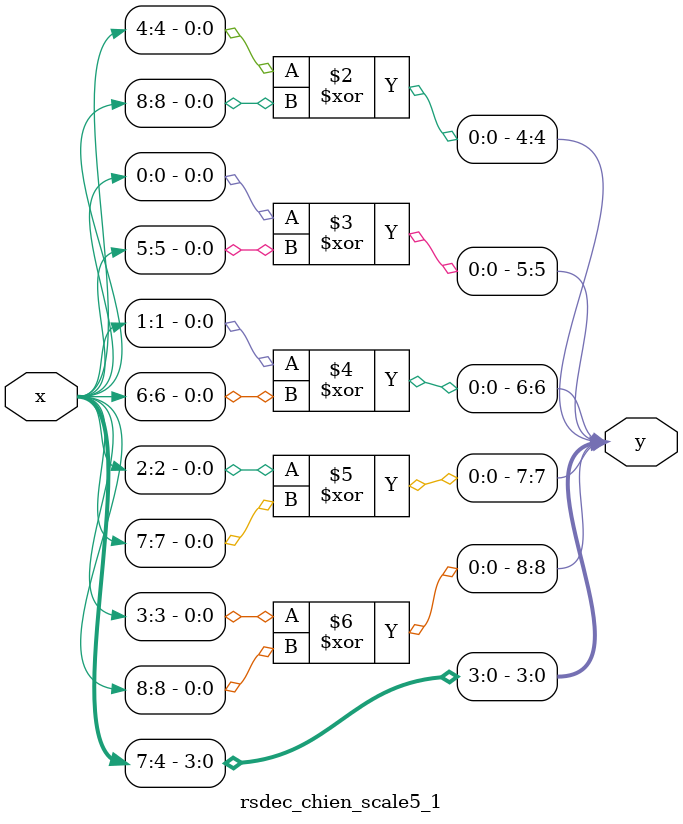
<source format=v>
module rsdec_chien_scale5_1 (y, x);
	input [8:0] x;
	output [8:0] y;
	reg [8:0] y;
	always @ (x)
	begin
		y[0] = x[4];
		y[1] = x[5];
		y[2] = x[6];
		y[3] = x[7];
		y[4] = x[4] ^ x[8];
		y[5] = x[0] ^ x[5];
		y[6] = x[1] ^ x[6];
		y[7] = x[2] ^ x[7];
		y[8] = x[3] ^ x[8];
	end
endmodule
</source>
